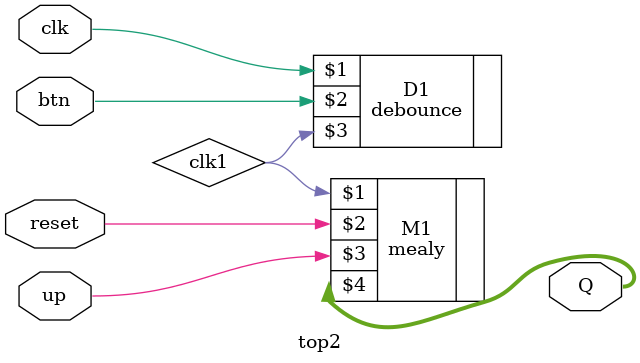
<source format=v>
module top2(clk,btn,reset,up,Q);
    input clk,btn,reset,up;
    output [1:0] Q;
    wire clk1;

    debounce D1(clk,btn,clk1);
    mealy M1(clk1, reset, up, Q);


endmodule

</source>
